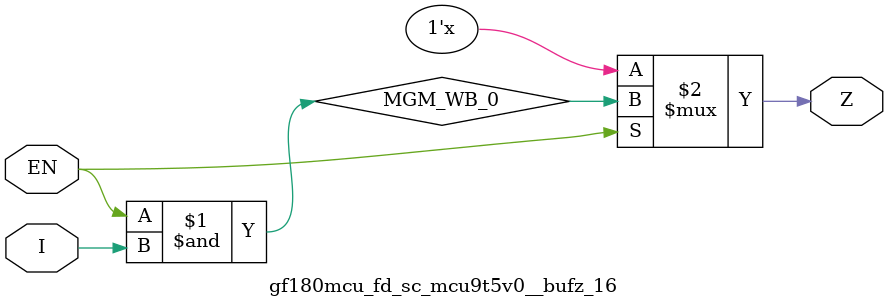
<source format=v>

module gf180mcu_fd_sc_mcu9t5v0__bufz_16( EN, I, Z );
input EN, I;
output Z;

	wire MGM_WB_0;

	wire MGM_WB_1;

	and MGM_BG_0( MGM_WB_0, EN, I );

	not MGM_BG_1( MGM_WB_1, EN );

	bufif0 MGM_BG_2( Z, MGM_WB_0,MGM_WB_1 );

endmodule

</source>
